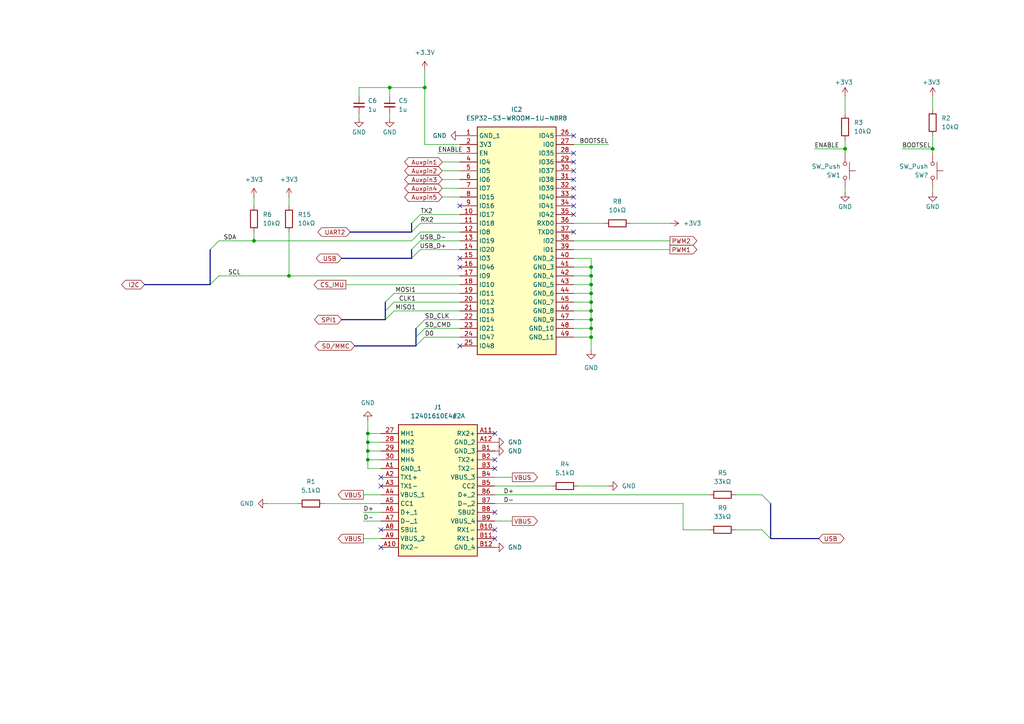
<source format=kicad_sch>
(kicad_sch (version 20250114) (generator "eeschema") (generator_version "9.0")
  (paper "A4")
  (lib_symbols
    (symbol "12401610E4#2A:12401610E4#2A"
      (property "Reference" "J" (at 29.21 7.62 0))
      (property "Value" "12401610E4#2A" (at 29.21 5.08 0))
      (symbol "12401610E4#2A_1_1"
        (rectangle (start 5.08 2.54) (end 27.94 -35.56) (stroke (width 0.254)) (fill (type background)))
        (pin passive line (at 0 0 0) (length 5.08) (name "MH1") (number "27"))
        (pin passive line (at 0 -2.54 0) (length 5.08) (name "MH2") (number "28"))
        (pin passive line (at 0 -5.08 0) (length 5.08) (name "MH3") (number "29"))
        (pin passive line (at 0 -7.62 0) (length 5.08) (name "MH4") (number "30"))
        (pin passive line (at 0 -10.16 0) (length 5.08) (name "GND_1") (number "A1"))
        (pin passive line (at 0 -12.7 0) (length 5.08) (name "TX1+") (number "A2"))
        (pin passive line (at 0 -15.24 0) (length 5.08) (name "TX1-") (number "A3"))
        (pin passive line (at 0 -17.78 0) (length 5.08) (name "VBUS_1") (number "A4"))
        (pin passive line (at 0 -20.32 0) (length 5.08) (name "CC1") (number "A5"))
        (pin passive line (at 0 -22.86 0) (length 5.08) (name "D+_1") (number "A6"))
        (pin passive line (at 0 -25.4 0) (length 5.08) (name "D-_1") (number "A7"))
        (pin passive line (at 0 -27.94 0) (length 5.08) (name "SBU1") (number "A8"))
        (pin passive line (at 0 -30.48 0) (length 5.08) (name "VBUS_2") (number "A9"))
        (pin passive line (at 0 -33.02 0) (length 5.08) (name "RX2-") (number "A10"))
        (pin passive line (at 33.02 0 180) (length 5.08) (name "RX2+") (number "A11"))
        (pin passive line (at 33.02 -2.54 180) (length 5.08) (name "GND_2") (number "A12"))
        (pin passive line (at 33.02 -5.08 180) (length 5.08) (name "GND_3") (number "B1"))
        (pin passive line (at 33.02 -7.62 180) (length 5.08) (name "TX2+") (number "B2"))
        (pin passive line (at 33.02 -10.16 180) (length 5.08) (name "TX2-") (number "B3"))
        (pin passive line (at 33.02 -12.7 180) (length 5.08) (name "VBUS_3") (number "B4"))
        (pin passive line (at 33.02 -15.24 180) (length 5.08) (name "CC2") (number "B5"))
        (pin passive line (at 33.02 -17.78 180) (length 5.08) (name "D+_2") (number "B6"))
        (pin passive line (at 33.02 -20.32 180) (length 5.08) (name "D-_2") (number "B7"))
        (pin passive line (at 33.02 -22.86 180) (length 5.08) (name "SBU2") (number "B8"))
        (pin passive line (at 33.02 -25.4 180) (length 5.08) (name "VBUS_4") (number "B9"))
        (pin passive line (at 33.02 -27.94 180) (length 5.08) (name "RX1-") (number "B10"))
        (pin passive line (at 33.02 -30.48 180) (length 5.08) (name "RX1+") (number "B11"))
        (pin passive line (at 33.02 -33.02 180) (length 5.08) (name "GND_4") (number "B12"))
      )
    )
    (symbol "Device:C_Small" (pin_numbers (hide yes)) (pin_names (offset 0.254) (hide yes))
      (property "Reference" "C" (at 0.254 1.778 0))
      (property "Value" "C_Small" (at 0.254 -2.032 0))
      (symbol "C_Small_0_1"
        (polyline (pts (xy -1.524 0.508) (xy 1.524 0.508)) (stroke (width 0.3048)))
        (polyline (pts (xy -1.524 -0.508) (xy 1.524 -0.508)) (stroke (width 0.3302)))
      )
      (symbol "C_Small_1_1"
        (pin passive line (at 0 2.54 270) (length 2.032) (name "~") (number "1"))
        (pin passive line (at 0 -2.54 90) (length 2.032) (name "~") (number "2"))
      )
    )
    (symbol "Device:R" (pin_numbers (hide yes)) (pin_names (offset 0))
      (property "Reference" "R" (at 2.032 0 90))
      (property "Value" "R" (at 0 0 90))
      (symbol "R_0_1"
        (rectangle (start -1.016 -2.54) (end 1.016 2.54) (stroke (width 0.254)))
      )
      (symbol "R_1_1"
        (pin passive line (at 0 3.81 270) (length 1.27) (name "~") (number "1"))
        (pin passive line (at 0 -3.81 90) (length 1.27) (name "~") (number "2"))
      )
    )
    (symbol "ESP32-S3-WROOM-1U-N8R8:ESP32-S3-WROOM-1U-N8R8"
      (property "Reference" "IC" (at 29.21 7.62 0))
      (property "Value" "ESP32-S3-WROOM-1U-N8R8" (at 29.21 5.08 0))
      (symbol "ESP32-S3-WROOM-1U-N8R8_1_1"
        (rectangle (start 5.08 2.54) (end 27.94 -63.5) (stroke (width 0.254)) (fill (type background)))
        (pin passive line (at 0 0 0) (length 5.08) (name "GND_1") (number "1"))
        (pin passive line (at 0 -2.54 0) (length 5.08) (name "3V3") (number "2"))
        (pin passive line (at 0 -5.08 0) (length 5.08) (name "EN") (number "3"))
        (pin passive line (at 0 -7.62 0) (length 5.08) (name "IO4") (number "4"))
        (pin passive line (at 0 -10.16 0) (length 5.08) (name "IO5") (number "5"))
        (pin passive line (at 0 -12.7 0) (length 5.08) (name "IO6") (number "6"))
        (pin passive line (at 0 -15.24 0) (length 5.08) (name "IO7") (number "7"))
        (pin passive line (at 0 -17.78 0) (length 5.08) (name "IO15") (number "8"))
        (pin passive line (at 0 -20.32 0) (length 5.08) (name "IO16") (number "9"))
        (pin passive line (at 0 -22.86 0) (length 5.08) (name "IO17") (number "10"))
        (pin passive line (at 0 -25.4 0) (length 5.08) (name "IO18") (number "11"))
        (pin passive line (at 0 -27.94 0) (length 5.08) (name "IO8") (number "12"))
        (pin passive line (at 0 -30.48 0) (length 5.08) (name "IO19") (number "13"))
        (pin passive line (at 0 -33.02 0) (length 5.08) (name "IO20") (number "14"))
        (pin passive line (at 0 -35.56 0) (length 5.08) (name "IO3") (number "15"))
        (pin passive line (at 0 -38.1 0) (length 5.08) (name "IO46") (number "16"))
        (pin passive line (at 0 -40.64 0) (length 5.08) (name "IO9") (number "17"))
        (pin passive line (at 0 -43.18 0) (length 5.08) (name "IO10") (number "18"))
        (pin passive line (at 0 -45.72 0) (length 5.08) (name "IO11") (number "19"))
        (pin passive line (at 0 -48.26 0) (length 5.08) (name "IO12") (number "20"))
        (pin passive line (at 0 -50.8 0) (length 5.08) (name "IO13") (number "21"))
        (pin passive line (at 0 -53.34 0) (length 5.08) (name "IO14") (number "22"))
        (pin passive line (at 0 -55.88 0) (length 5.08) (name "IO21") (number "23"))
        (pin passive line (at 0 -58.42 0) (length 5.08) (name "IO47") (number "24"))
        (pin passive line (at 0 -60.96 0) (length 5.08) (name "IO48") (number "25"))
        (pin passive line (at 33.02 0 180) (length 5.08) (name "IO45") (number "26"))
        (pin passive line (at 33.02 -2.54 180) (length 5.08) (name "IO0") (number "27"))
        (pin passive line (at 33.02 -5.08 180) (length 5.08) (name "IO35") (number "28"))
        (pin passive line (at 33.02 -7.62 180) (length 5.08) (name "IO36") (number "29"))
        (pin passive line (at 33.02 -10.16 180) (length 5.08) (name "IO37") (number "30"))
        (pin passive line (at 33.02 -12.7 180) (length 5.08) (name "IO38") (number "31"))
        (pin passive line (at 33.02 -15.24 180) (length 5.08) (name "IO39") (number "32"))
        (pin passive line (at 33.02 -17.78 180) (length 5.08) (name "IO40") (number "33"))
        (pin passive line (at 33.02 -20.32 180) (length 5.08) (name "IO41") (number "34"))
        (pin passive line (at 33.02 -22.86 180) (length 5.08) (name "IO42") (number "35"))
        (pin passive line (at 33.02 -25.4 180) (length 5.08) (name "RXD0") (number "36"))
        (pin passive line (at 33.02 -27.94 180) (length 5.08) (name "TXD0") (number "37"))
        (pin passive line (at 33.02 -30.48 180) (length 5.08) (name "IO2") (number "38"))
        (pin passive line (at 33.02 -33.02 180) (length 5.08) (name "IO1") (number "39"))
        (pin passive line (at 33.02 -35.56 180) (length 5.08) (name "GND_2") (number "40"))
        (pin passive line (at 33.02 -38.1 180) (length 5.08) (name "GND_3") (number "41"))
        (pin passive line (at 33.02 -40.64 180) (length 5.08) (name "GND_4") (number "42"))
        (pin passive line (at 33.02 -43.18 180) (length 5.08) (name "GND_5") (number "43"))
        (pin passive line (at 33.02 -45.72 180) (length 5.08) (name "GND_6") (number "44"))
        (pin passive line (at 33.02 -48.26 180) (length 5.08) (name "GND_7") (number "45"))
        (pin passive line (at 33.02 -50.8 180) (length 5.08) (name "GND_8") (number "46"))
        (pin passive line (at 33.02 -53.34 180) (length 5.08) (name "GND_9") (number "47"))
        (pin passive line (at 33.02 -55.88 180) (length 5.08) (name "GND_10") (number "48"))
        (pin passive line (at 33.02 -58.42 180) (length 5.08) (name "GND_11") (number "49"))
      )
    )
    (symbol "Switch:SW_Push" (pin_numbers (hide yes)) (pin_names (offset 1.016) (hide yes))
      (property "Reference" "SW" (at 1.27 2.54 0))
      (property "Value" "SW_Push" (at 0 -1.524 0))
      (symbol "SW_Push_0_1"
        (circle (center -2.032 0) (radius 0.508))
        (polyline (pts (xy 0 1.27) (xy 0 3.048)))
        (circle (center 2.032 0) (radius 0.508))
        (polyline (pts (xy 2.54 1.27) (xy -2.54 1.27)))
        (pin passive line (at -5.08 0 0) (length 2.54) (name "1") (number "1"))
        (pin passive line (at 5.08 0 180) (length 2.54) (name "2") (number "2"))
      )
    )
    (symbol "power:+3.3V" (power) (pin_numbers (hide yes)) (pin_names (offset 0) (hide yes))
      (property "Value" "+3.3V" (at 0 3.556 0))
      (symbol "+3.3V_0_1"
        (polyline (pts (xy -0.762 1.27) (xy 0 2.54)))
        (polyline (pts (xy 0 2.54) (xy 0.762 1.27)))
        (polyline (pts (xy 0 0) (xy 0 2.54)))
      )
      (symbol "+3.3V_1_1"
        (pin power_in line (at 0 0 90) (length 0) (name "~") (number "1"))
      )
    )
    (symbol "power:+3V3" (power) (pin_numbers (hide yes)) (pin_names (offset 0) (hide yes))
      (property "Value" "+3V3" (at 0 3.556 0))
      (symbol "+3V3_0_1"
        (polyline (pts (xy -0.762 1.27) (xy 0 2.54)))
        (polyline (pts (xy 0 2.54) (xy 0.762 1.27)))
        (polyline (pts (xy 0 0) (xy 0 2.54)))
      )
      (symbol "+3V3_1_1"
        (pin power_in line (at 0 0 90) (length 0) (name "~") (number "1"))
      )
    )
    (symbol "power:GND" (power) (pin_numbers (hide yes)) (pin_names (offset 0) (hide yes))
      (property "Value" "GND" (at 0 -3.81 0))
      (symbol "GND_0_1"
        (polyline (pts (xy 0 0) (xy 0 -1.27) (xy 1.27 -1.27) (xy 0 -2.54) (xy -1.27 -1.27) (xy 0 -1.27)))
      )
      (symbol "GND_1_1"
        (pin power_in line (at 0 0 270) (length 0) (name "~") (number "1"))
      )
    )
  )
  (junction (at 106.68 128.27))
  (junction (at 113.03 25.4))
  (junction (at 171.45 95.25))
  (junction (at 106.68 130.81))
  (junction (at 83.82 80.01))
  (junction (at 123.19 25.4))
  (junction (at 171.45 85.09))
  (junction (at 171.45 82.55))
  (junction (at 171.45 80.01))
  (junction (at 270.51 43.18))
  (junction (at 106.68 125.73))
  (junction (at 106.68 133.35))
  (junction (at 73.66 69.85))
  (junction (at 171.45 90.17))
  (junction (at 171.45 92.71))
  (junction (at 245.11 43.18))
  (junction (at 171.45 97.79))
  (junction (at 171.45 77.47))
  (junction (at 171.45 87.63))
  (no_connect (at 166.37 39.37))
  (no_connect (at 110.49 158.75))
  (no_connect (at 133.35 100.33))
  (no_connect (at 166.37 49.53))
  (no_connect (at 143.51 135.89))
  (no_connect (at 143.51 125.73))
  (no_connect (at 133.35 59.69))
  (no_connect (at 133.35 77.47))
  (no_connect (at 166.37 59.69))
  (no_connect (at 110.49 140.97))
  (no_connect (at 166.37 46.99))
  (no_connect (at 166.37 44.45))
  (no_connect (at 166.37 54.61))
  (no_connect (at 143.51 156.21))
  (no_connect (at 166.37 62.23))
  (no_connect (at 133.35 74.93))
  (no_connect (at 143.51 133.35))
  (no_connect (at 166.37 67.31))
  (no_connect (at 166.37 57.15))
  (no_connect (at 110.49 138.43))
  (no_connect (at 143.51 148.59))
  (no_connect (at 166.37 52.07))
  (no_connect (at 110.49 153.67))
  (no_connect (at 143.51 153.67))
  (bus_entry (at 63.5 69.85) (size -2.54 2.54))
  (bus_entry (at 220.98 143.51) (size 2.54 2.54))
  (bus_entry (at 119.38 67.31) (size 2.54 -2.54))
  (bus_entry (at 114.3 85.09) (size -2.54 2.54))
  (bus_entry (at 119.38 64.77) (size 2.54 -2.54))
  (bus_entry (at 119.38 72.39) (size 2.54 -2.54))
  (bus_entry (at 63.5 80.01) (size -2.54 2.54))
  (bus_entry (at 220.98 153.67) (size 2.54 2.54))
  (bus_entry (at 114.3 90.17) (size -2.54 2.54))
  (bus_entry (at 114.3 87.63) (size -2.54 2.54))
  (bus_entry (at 123.19 95.25) (size -2.54 2.54))
  (bus_entry (at 123.19 97.79) (size -2.54 2.54))
  (bus_entry (at 123.19 92.71) (size -2.54 2.54))
  (bus_entry (at 119.38 74.93) (size 2.54 -2.54))
  (wire (pts (xy 113.03 27.94) (xy 113.03 25.4)))
  (wire (pts (xy 106.68 130.81) (xy 110.49 130.81)))
  (wire (pts (xy 236.22 43.18) (xy 245.11 43.18)))
  (bus (pts (xy 60.96 72.39) (xy 60.96 82.55)))
  (wire (pts (xy 113.03 34.29) (xy 113.03 33.02)))
  (wire (pts (xy 128.27 46.99) (xy 133.35 46.99)))
  (wire (pts (xy 166.37 74.93) (xy 171.45 74.93)))
  (wire (pts (xy 167.64 140.97) (xy 176.53 140.97)))
  (bus (pts (xy 119.38 64.77) (xy 119.38 67.31)))
  (wire (pts (xy 123.19 92.71) (xy 133.35 92.71)))
  (wire (pts (xy 133.35 41.91) (xy 123.19 41.91)))
  (wire (pts (xy 270.51 27.94) (xy 270.51 31.75)))
  (wire (pts (xy 198.12 153.67) (xy 205.74 153.67)))
  (wire (pts (xy 166.37 64.77) (xy 175.26 64.77)))
  (wire (pts (xy 104.14 25.4) (xy 113.03 25.4)))
  (bus (pts (xy 41.91 82.55) (xy 60.96 82.55)))
  (wire (pts (xy 171.45 80.01) (xy 171.45 82.55)))
  (wire (pts (xy 171.45 90.17) (xy 171.45 92.71)))
  (wire (pts (xy 270.51 39.37) (xy 270.51 43.18)))
  (wire (pts (xy 182.88 64.77) (xy 194.31 64.77)))
  (wire (pts (xy 166.37 85.09) (xy 171.45 85.09)))
  (wire (pts (xy 106.68 133.35) (xy 106.68 135.89)))
  (wire (pts (xy 123.19 41.91) (xy 123.19 25.4)))
  (bus (pts (xy 111.76 87.63) (xy 111.76 90.17)))
  (wire (pts (xy 143.51 143.51) (xy 205.74 143.51)))
  (wire (pts (xy 213.36 143.51) (xy 220.98 143.51)))
  (bus (pts (xy 111.76 92.71) (xy 99.06 92.71)))
  (wire (pts (xy 110.49 146.05) (xy 93.98 146.05)))
  (wire (pts (xy 110.49 151.13) (xy 105.41 151.13)))
  (wire (pts (xy 106.68 133.35) (xy 110.49 133.35)))
  (wire (pts (xy 166.37 82.55) (xy 171.45 82.55)))
  (wire (pts (xy 110.49 143.51) (xy 105.41 143.51)))
  (wire (pts (xy 143.51 140.97) (xy 160.02 140.97)))
  (wire (pts (xy 270.51 55.88) (xy 270.51 54.61)))
  (wire (pts (xy 114.3 85.09) (xy 133.35 85.09)))
  (wire (pts (xy 128.27 49.53) (xy 133.35 49.53)))
  (wire (pts (xy 113.03 25.4) (xy 123.19 25.4)))
  (wire (pts (xy 143.51 146.05) (xy 198.12 146.05)))
  (bus (pts (xy 99.06 74.93) (xy 119.38 74.93)))
  (wire (pts (xy 171.45 87.63) (xy 171.45 90.17)))
  (bus (pts (xy 119.38 72.39) (xy 119.38 74.93)))
  (wire (pts (xy 166.37 77.47) (xy 171.45 77.47)))
  (wire (pts (xy 106.68 130.81) (xy 106.68 133.35)))
  (wire (pts (xy 143.51 138.43) (xy 148.59 138.43)))
  (wire (pts (xy 245.11 43.18) (xy 245.11 44.45)))
  (wire (pts (xy 123.19 95.25) (xy 133.35 95.25)))
  (wire (pts (xy 213.36 153.67) (xy 220.98 153.67)))
  (wire (pts (xy 63.5 69.85) (xy 73.66 69.85)))
  (wire (pts (xy 166.37 87.63) (xy 171.45 87.63)))
  (wire (pts (xy 245.11 40.64) (xy 245.11 43.18)))
  (wire (pts (xy 121.92 67.31) (xy 133.35 67.31)))
  (wire (pts (xy 83.82 80.01) (xy 133.35 80.01)))
  (wire (pts (xy 270.51 43.18) (xy 270.51 44.45)))
  (wire (pts (xy 105.41 148.59) (xy 110.49 148.59)))
  (wire (pts (xy 73.66 57.15) (xy 73.66 59.69)))
  (wire (pts (xy 73.66 67.31) (xy 73.66 69.85)))
  (wire (pts (xy 194.31 69.85) (xy 166.37 69.85)))
  (wire (pts (xy 127 44.45) (xy 133.35 44.45)))
  (wire (pts (xy 166.37 97.79) (xy 171.45 97.79)))
  (wire (pts (xy 171.45 97.79) (xy 171.45 101.6)))
  (wire (pts (xy 166.37 90.17) (xy 171.45 90.17)))
  (wire (pts (xy 166.37 95.25) (xy 171.45 95.25)))
  (wire (pts (xy 128.27 57.15) (xy 133.35 57.15)))
  (wire (pts (xy 73.66 69.85) (xy 119.38 69.85)))
  (bus (pts (xy 102.87 100.33) (xy 120.65 100.33)))
  (wire (pts (xy 106.68 121.92) (xy 106.68 125.73)))
  (wire (pts (xy 114.3 87.63) (xy 133.35 87.63)))
  (wire (pts (xy 171.45 92.71) (xy 171.45 95.25)))
  (bus (pts (xy 120.65 97.79) (xy 120.65 100.33)))
  (wire (pts (xy 106.68 135.89) (xy 110.49 135.89)))
  (wire (pts (xy 106.68 128.27) (xy 110.49 128.27)))
  (wire (pts (xy 123.19 97.79) (xy 133.35 97.79)))
  (wire (pts (xy 143.51 151.13) (xy 148.59 151.13)))
  (wire (pts (xy 63.5 80.01) (xy 83.82 80.01)))
  (wire (pts (xy 171.45 74.93) (xy 171.45 77.47)))
  (wire (pts (xy 104.14 27.94) (xy 104.14 25.4)))
  (wire (pts (xy 110.49 156.21) (xy 105.41 156.21)))
  (wire (pts (xy 166.37 72.39) (xy 194.31 72.39)))
  (wire (pts (xy 245.11 27.94) (xy 245.11 33.02)))
  (wire (pts (xy 83.82 67.31) (xy 83.82 80.01)))
  (wire (pts (xy 133.35 72.39) (xy 121.92 72.39)))
  (wire (pts (xy 198.12 146.05) (xy 198.12 153.67)))
  (wire (pts (xy 245.11 55.88) (xy 245.11 54.61)))
  (wire (pts (xy 83.82 57.15) (xy 83.82 59.69)))
  (wire (pts (xy 106.68 125.73) (xy 110.49 125.73)))
  (wire (pts (xy 128.27 52.07) (xy 133.35 52.07)))
  (wire (pts (xy 121.92 62.23) (xy 133.35 62.23)))
  (bus (pts (xy 101.6 67.31) (xy 119.38 67.31)))
  (wire (pts (xy 121.92 67.31) (xy 119.38 69.85)))
  (wire (pts (xy 121.92 64.77) (xy 133.35 64.77)))
  (wire (pts (xy 104.14 34.29) (xy 104.14 33.02)))
  (wire (pts (xy 261.62 43.18) (xy 270.51 43.18)))
  (wire (pts (xy 171.45 95.25) (xy 171.45 97.79)))
  (wire (pts (xy 106.68 125.73) (xy 106.68 128.27)))
  (wire (pts (xy 171.45 85.09) (xy 171.45 87.63)))
  (wire (pts (xy 166.37 80.01) (xy 171.45 80.01)))
  (wire (pts (xy 123.19 25.4) (xy 123.19 20.32)))
  (wire (pts (xy 86.36 146.05) (xy 77.47 146.05)))
  (wire (pts (xy 106.68 128.27) (xy 106.68 130.81)))
  (wire (pts (xy 128.27 54.61) (xy 133.35 54.61)))
  (wire (pts (xy 171.45 82.55) (xy 171.45 85.09)))
  (bus (pts (xy 223.52 156.21) (xy 237.49 156.21)))
  (wire (pts (xy 100.33 82.55) (xy 133.35 82.55)))
  (wire (pts (xy 166.37 41.91) (xy 176.53 41.91)))
  (bus (pts (xy 223.52 146.05) (xy 223.52 156.21)))
  (wire (pts (xy 121.92 69.85) (xy 133.35 69.85)))
  (bus (pts (xy 120.65 95.25) (xy 120.65 97.79)))
  (bus (pts (xy 111.76 90.17) (xy 111.76 92.71)))
  (wire (pts (xy 166.37 92.71) (xy 171.45 92.71)))
  (wire (pts (xy 171.45 77.47) (xy 171.45 80.01)))
  (wire (pts (xy 114.3 90.17) (xy 133.35 90.17)))
  (label "RX2" (at 121.92 64.77 0))
  (label "MISO1" (at 120.65 90.17 180))
  (label "BOOTSEL" (at 261.62 43.18 0))
  (label "SD_CMD" (at 123.19 95.25 0))
  (label "BOOTSEL" (at 176.53 41.91 180))
  (label "MOSI1" (at 120.65 85.09 180))
  (label "SDA" (at 68.58 69.85 180))
  (label "USB_D+" (at 129.54 72.39 180))
  (label "USB_D-" (at 129.54 69.85 180))
  (label "SD_CLK" (at 123.19 92.71 0))
  (label "D-" (at 146.05 146.05 0))
  (label "D0" (at 123.19 97.79 0))
  (label "TX2" (at 121.92 62.23 0))
  (label "CLK1" (at 120.65 87.63 180))
  (label "D-" (at 105.41 151.13 0))
  (label "SCL" (at 69.85 80.01 180))
  (label "ENABLE" (at 127 44.45 0))
  (label "D+" (at 105.41 148.59 0))
  (label "ENABLE" (at 236.22 43.18 0))
  (label "D+" (at 146.05 143.51 0))
  (global_label "VBUS" (shape output) (at 105.41 156.21 180) (property "Intersheetrefs" "${INTERSHEET_REFS}" (effects (hide yes))))
  (global_label "Auxpin1" (shape bidirectional) (at 128.27 46.99 180) (property "Intersheetrefs" "${INTERSHEET_REFS}" (effects (hide yes))))
  (global_label "Auxpin3" (shape bidirectional) (at 128.27 52.07 180) (property "Intersheetrefs" "${INTERSHEET_REFS}" (effects (hide yes))))
  (global_label "CS_IMU" (shape output) (at 100.33 82.55 180) (property "Intersheetrefs" "${INTERSHEET_REFS}" (effects (hide yes))))
  (global_label "SPI1" (shape bidirectional) (at 99.06 92.71 180) (property "Intersheetrefs" "${INTERSHEET_REFS}" (effects (hide yes))))
  (global_label "Auxpin5" (shape bidirectional) (at 128.27 57.15 180) (property "Intersheetrefs" "${INTERSHEET_REFS}" (effects (hide yes))))
  (global_label "Auxpin4" (shape bidirectional) (at 128.27 54.61 180) (property "Intersheetrefs" "${INTERSHEET_REFS}" (effects (hide yes))))
  (global_label "UART2" (shape bidirectional) (at 101.6 67.31 180) (property "Intersheetrefs" "${INTERSHEET_REFS}" (effects (hide yes))))
  (global_label "SD{slash}MMC" (shape bidirectional) (at 102.87 100.33 180) (property "Intersheetrefs" "${INTERSHEET_REFS}" (effects (hide yes))))
  (global_label "VBUS" (shape output) (at 148.59 138.43 0) (property "Intersheetrefs" "${INTERSHEET_REFS}" (effects (hide yes))))
  (global_label "PWM1" (shape output) (at 194.31 72.39 0) (property "Intersheetrefs" "${INTERSHEET_REFS}" (effects (hide yes))))
  (global_label "PWM2" (shape output) (at 194.31 69.85 0) (property "Intersheetrefs" "${INTERSHEET_REFS}" (effects (hide yes))))
  (global_label "USB" (shape bidirectional) (at 99.06 74.93 180) (property "Intersheetrefs" "${INTERSHEET_REFS}" (effects (hide yes))))
  (global_label "USB" (shape bidirectional) (at 237.49 156.21 0) (property "Intersheetrefs" "${INTERSHEET_REFS}" (effects (hide yes))))
  (global_label "VBUS" (shape output) (at 148.59 151.13 0) (property "Intersheetrefs" "${INTERSHEET_REFS}" (effects (hide yes))))
  (global_label "Auxpin2" (shape bidirectional) (at 128.27 49.53 180) (property "Intersheetrefs" "${INTERSHEET_REFS}" (effects (hide yes))))
  (global_label "VBUS" (shape output) (at 105.41 143.51 180) (property "Intersheetrefs" "${INTERSHEET_REFS}" (effects (hide yes))))
  (global_label "I2C" (shape bidirectional) (at 41.91 82.55 180) (property "Intersheetrefs" "${INTERSHEET_REFS}" (effects (hide yes))))
  (symbol (lib_id "Device:R") (at 270.51 35.56 0) (mirror y) (unit 1)
    (property "Reference" "R2" (at 273.05 34.2899 0) (effects (justify right)))
    (property "Value" "10kΩ" (at 273.05 36.8299 0) (effects (justify right)))
    (property "Footprint" "Resistor_SMD:R_0603_1608Metric_Pad0.98x0.95mm_HandSolder" (effects (hide yes)))
    (property "Description" "Resistor" (effects (hide yes)))
  )
  (symbol (lib_id "power:GND") (at 245.11 55.88 0) (mirror y) (unit 1)
    (property "Reference" "#PWR048" (effects (hide yes)))
    (property "Value" "GND" (at 245.11 59.944 0))
    (property "Description" "Power symbol creates a global label with name \"GND\" , ground" (effects (hide yes)))
  )
  (symbol (lib_id "Device:R") (at 73.66 63.5 180) (unit 1)
    (property "Reference" "R6" (at 76.2 62.2299 0) (effects (justify right)))
    (property "Value" "10kΩ" (at 76.2 64.7699 0) (effects (justify right)))
    (property "Footprint" "Resistor_SMD:R_0603_1608Metric_Pad0.98x0.95mm_HandSolder" (effects (hide yes)))
    (property "Description" "Resistor" (effects (hide yes)))
  )
  (symbol (lib_id "Device:C_Small") (at 113.03 30.48 0) (unit 1)
    (property "Reference" "C5" (at 115.57 29.2162 0) (effects (justify left)))
    (property "Value" "1u" (at 115.57 31.7562 0) (effects (justify left)))
    (property "Footprint" "Capacitor_SMD:C_0603_1608Metric_Pad1.08x0.95mm_HandSolder" (effects (hide yes)))
    (property "Description" "Unpolarized capacitor, small symbol" (effects (hide yes)))
  )
  (symbol (lib_id "power:GND") (at 143.51 128.27 90) (unit 1)
    (property "Reference" "#PWR03" (effects (hide yes)))
    (property "Value" "GND" (at 147.32 128.2699 90) (effects (justify right)))
    (property "Description" "Power symbol creates a global label with name \"GND\" , ground" (effects (hide yes)))
  )
  (symbol (lib_id "power:+3V3") (at 73.66 57.15 0) (unit 1)
    (property "Reference" "#PWR011" (effects (hide yes)))
    (property "Value" "+3V3" (at 73.66 52.07 0))
    (property "Description" "Power symbol creates a global label with name \"+3V3\"" (effects (hide yes)))
  )
  (symbol (lib_id "Device:C_Small") (at 104.14 30.48 0) (unit 1)
    (property "Reference" "C6" (at 106.68 29.2162 0) (effects (justify left)))
    (property "Value" "1u" (at 106.68 31.7562 0) (effects (justify left)))
    (property "Footprint" "Capacitor_SMD:C_0603_1608Metric_Pad1.08x0.95mm_HandSolder" (effects (hide yes)))
    (property "Description" "Unpolarized capacitor, small symbol" (effects (hide yes)))
  )
  (symbol (lib_id "power:GND") (at 143.51 130.81 90) (unit 1)
    (property "Reference" "#PWR04" (effects (hide yes)))
    (property "Value" "GND" (at 147.32 130.8099 90) (effects (justify right)))
    (property "Description" "Power symbol creates a global label with name \"GND\" , ground" (effects (hide yes)))
  )
  (symbol (lib_id "Switch:SW_Push") (at 270.51 49.53 270) (unit 1)
    (property "Reference" "SW?" (at 269.24 50.8001 90) (effects (justify right)))
    (property "Value" "SW_Push" (at 269.24 48.2601 90) (effects (justify right)))
    (property "Description" "Push button switch, generic, two pins" (effects (hide yes)))
  )
  (symbol (lib_id "power:GND") (at 171.45 101.6 0) (unit 1)
    (property "Reference" "#PWR025" (effects (hide yes)))
    (property "Value" "GND" (at 171.45 106.68 0))
    (property "Description" "Power symbol creates a global label with name \"GND\" , ground" (effects (hide yes)))
  )
  (symbol (lib_id "power:GND") (at 270.51 55.88 0) (unit 1)
    (property "Reference" "#PWR?" (effects (hide yes)))
    (property "Value" "GND" (at 268.478 59.944 0) (effects (justify left)))
    (property "Description" "Power symbol creates a global label with name \"GND\" , ground" (effects (hide yes)))
  )
  (symbol (lib_id "power:+3.3V") (at 123.19 20.32 0) (unit 1)
    (property "Reference" "#PWR032" (effects (hide yes)))
    (property "Value" "+3.3V" (at 123.19 15.24 0))
    (property "Description" "Power symbol creates a global label with name \"+3.3V\"" (effects (hide yes)))
  )
  (symbol (lib_id "power:GND") (at 104.14 34.29 0) (mirror y) (unit 1)
    (property "Reference" "#PWR034" (effects (hide yes)))
    (property "Value" "GND" (at 104.14 38.354 0))
    (property "Description" "Power symbol creates a global label with name \"GND\" , ground" (effects (hide yes)))
  )
  (symbol (lib_id "power:+3V3") (at 194.31 64.77 270) (unit 1)
    (property "Reference" "#PWR026" (effects (hide yes)))
    (property "Value" "+3V3" (at 198.12 64.7699 90) (effects (justify left)))
    (property "Description" "Power symbol creates a global label with name \"+3V3\"" (effects (hide yes)))
  )
  (symbol (lib_id "Device:R") (at 163.83 140.97 90) (unit 1)
    (property "Reference" "R4" (at 163.83 134.62 90))
    (property "Value" "5.1kΩ" (at 163.83 137.16 90))
    (property "Footprint" "Resistor_SMD:R_0603_1608Metric_Pad0.98x0.95mm_HandSolder" (effects (hide yes)))
    (property "Description" "Resistor" (effects (hide yes)))
  )
  (symbol (lib_id "Device:R") (at 209.55 153.67 90) (unit 1)
    (property "Reference" "R9" (at 209.55 147.32 90))
    (property "Value" "33kΩ" (at 209.55 149.86 90))
    (property "Footprint" "Resistor_SMD:R_0603_1608Metric_Pad0.98x0.95mm_HandSolder" (effects (hide yes)))
    (property "Description" "Resistor" (effects (hide yes)))
  )
  (symbol (lib_id "Device:R") (at 209.55 143.51 90) (unit 1)
    (property "Reference" "R5" (at 209.55 137.16 90))
    (property "Value" "33kΩ" (at 209.55 139.7 90))
    (property "Footprint" "Resistor_SMD:R_0603_1608Metric_Pad0.98x0.95mm_HandSolder" (effects (hide yes)))
    (property "Description" "Resistor" (effects (hide yes)))
  )
  (symbol (lib_id "Device:R") (at 90.17 146.05 270) (mirror x) (unit 1)
    (property "Reference" "R1" (at 90.17 139.7 90))
    (property "Value" "5.1kΩ" (at 90.17 142.24 90))
    (property "Footprint" "Resistor_SMD:R_0603_1608Metric_Pad0.98x0.95mm_HandSolder" (effects (hide yes)))
    (property "Description" "Resistor" (effects (hide yes)))
  )
  (symbol (lib_id "power:GND") (at 106.68 121.92 180) (unit 1)
    (property "Reference" "#PWR05" (effects (hide yes)))
    (property "Value" "GND" (at 106.68 116.84 0))
    (property "Description" "Power symbol creates a global label with name \"GND\" , ground" (effects (hide yes)))
  )
  (symbol (lib_id "Device:R") (at 83.82 63.5 180) (unit 1)
    (property "Reference" "R15" (at 86.36 62.2299 0) (effects (justify right)))
    (property "Value" "10kΩ" (at 86.36 64.7699 0) (effects (justify right)))
    (property "Footprint" "Resistor_SMD:R_0603_1608Metric_Pad0.98x0.95mm_HandSolder" (effects (hide yes)))
    (property "Description" "Resistor" (effects (hide yes)))
  )
  (symbol (lib_id "ESP32-S3-WROOM-1U-N8R8:ESP32-S3-WROOM-1U-N8R8") (at 133.35 39.37 0) (unit 1)
    (property "Reference" "IC2" (at 149.86 31.75 0))
    (property "Value" "ESP32-S3-WROOM-1U-N8R8" (at 149.86 34.29 0))
    (property "Footprint" "ESP32S3WROOM1UN8R8" (effects (hide yes)))
    (property "Datasheet" "https://www.espressif.com/sites/default/files/documentation/esp32-s3-wroom-1_wroom-1u_datasheet_en.pdf" (effects (hide yes)))
    (property "Description" "Multiprotocol Modules SMD Module, ESP32-S3R8, 8 MB Octal PSRAM Die, 8 MB Quad SPI Flash, IPEX Antenna Connector" (effects (hide yes)))
    (property "Height" "3.35" (effects (hide yes)))
    (property "Mouser Part Number" "356-ESP32S3WRM1UN8R8" (effects (hide yes)))
    (property "Mouser Price/Stock" "https://www.mouser.co.uk/ProductDetail/Espressif-Systems/ESP32-S3-WROOM-1U-N8R8?qs=Li%252BoUPsLEnvOglIa3CypaQ%3D%3D" (effects (hide yes)))
    (property "Manufacturer_Name" "Espressif Systems" (effects (hide yes)))
    (property "Manufacturer_Part_Number" "ESP32-S3-WROOM-1U-N8R8" (effects (hide yes)))
  )
  (symbol (lib_id "power:GND") (at 176.53 140.97 90) (unit 1)
    (property "Reference" "#PWR06" (effects (hide yes)))
    (property "Value" "GND" (at 180.34 140.9699 90) (effects (justify right)))
    (property "Description" "Power symbol creates a global label with name \"GND\" , ground" (effects (hide yes)))
  )
  (symbol (lib_id "power:GND") (at 77.47 146.05 270) (mirror x) (unit 1)
    (property "Reference" "#PWR07" (effects (hide yes)))
    (property "Value" "GND" (at 73.66 146.0499 90) (effects (justify right)))
    (property "Description" "Power symbol creates a global label with name \"GND\" , ground" (effects (hide yes)))
  )
  (symbol (lib_id "power:+3V3") (at 270.51 27.94 0) (mirror y) (unit 1)
    (property "Reference" "#PWR013" (effects (hide yes)))
    (property "Value" "+3V3" (at 267.462 23.876 0) (effects (justify right)))
    (property "Description" "Power symbol creates a global label with name \"+3V3\"" (effects (hide yes)))
  )
  (symbol (lib_id "power:+3V3") (at 83.82 57.15 0) (unit 1)
    (property "Reference" "#PWR037" (effects (hide yes)))
    (property "Value" "+3V3" (at 83.82 52.07 0))
    (property "Description" "Power symbol creates a global label with name \"+3V3\"" (effects (hide yes)))
  )
  (symbol (lib_id "12401610E4#2A:12401610E4#2A") (at 110.49 125.73 0) (unit 1)
    (property "Reference" "J1" (at 127 118.11 0))
    (property "Value" "12401610E4#2A" (at 127 120.65 0))
    (property "Footprint" "12401610E42A" (effects (hide yes)))
    (property "Datasheet" "https://cdn.amphenol-cs.com/media/wysiwyg/files/drawing/c12401610_c.pdf" (effects (hide yes)))
    (property "Description" "USB3.2 GEN2, Type C, Top mount, CH 1.58mm, Dual Row SMT" (effects (hide yes)))
    (property "Height" "3.43" (effects (hide yes)))
    (property "Manufacturer_Name" "Amphenol Communications Solutions" (effects (hide yes)))
    (property "Manufacturer_Part_Number" "12401610E4#2A" (effects (hide yes)))
  )
  (symbol (lib_id "power:+3V3") (at 245.11 27.94 0) (unit 1)
    (property "Reference" "#PWR015" (effects (hide yes)))
    (property "Value" "+3V3" (at 242.062 23.876 0) (effects (justify left)))
    (property "Description" "Power symbol creates a global label with name \"+3V3\"" (effects (hide yes)))
  )
  (symbol (lib_id "power:GND") (at 113.03 34.29 0) (mirror y) (unit 1)
    (property "Reference" "#PWR035" (effects (hide yes)))
    (property "Value" "GND" (at 113.03 38.354 0))
    (property "Description" "Power symbol creates a global label with name \"GND\" , ground" (effects (hide yes)))
  )
  (symbol (lib_id "Device:R") (at 245.11 36.83 180) (unit 1)
    (property "Reference" "R3" (at 247.65 35.5599 0) (effects (justify right)))
    (property "Value" "10kΩ" (at 247.65 38.0999 0) (effects (justify right)))
    (property "Footprint" "Resistor_SMD:R_0603_1608Metric_Pad0.98x0.95mm_HandSolder" (effects (hide yes)))
    (property "Description" "Resistor" (effects (hide yes)))
  )
  (symbol (lib_id "Switch:SW_Push") (at 245.11 49.53 270) (unit 1)
    (property "Reference" "SW1" (at 243.84 50.8001 90) (effects (justify right)))
    (property "Value" "SW_Push" (at 243.84 48.2601 90) (effects (justify right)))
    (property "Description" "Push button switch, generic, two pins" (effects (hide yes)))
  )
  (symbol (lib_id "Device:R") (at 179.07 64.77 90) (unit 1)
    (property "Reference" "R8" (at 179.07 58.42 90))
    (property "Value" "10kΩ" (at 179.07 60.96 90))
    (property "Footprint" "Resistor_SMD:R_0603_1608Metric_Pad0.98x0.95mm_HandSolder" (effects (hide yes)))
    (property "Description" "Resistor" (effects (hide yes)))
  )
  (symbol (lib_id "power:GND") (at 133.35 39.37 270) (unit 1)
    (property "Reference" "#PWR01" (effects (hide yes)))
    (property "Value" "GND" (at 129.54 39.3699 90) (effects (justify right)))
    (property "Description" "Power symbol creates a global label with name \"GND\" , ground" (effects (hide yes)))
  )
  (symbol (lib_id "power:GND") (at 143.51 158.75 90) (unit 1)
    (property "Reference" "#PWR02" (effects (hide yes)))
    (property "Value" "GND" (at 147.32 158.7499 90) (effects (justify right)))
    (property "Description" "Power symbol creates a global label with name \"GND\" , ground" (effects (hide yes)))
  )
)
</source>
